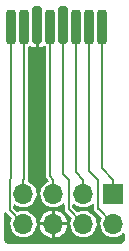
<source format=gbr>
%TF.GenerationSoftware,KiCad,Pcbnew,6.0.9*%
%TF.CreationDate,2023-01-08T13:44:57+01:00*%
%TF.ProjectId,usd-mock-bob,7573642d-6d6f-4636-9b2d-626f622e6b69,0.1.0*%
%TF.SameCoordinates,Original*%
%TF.FileFunction,Copper,L2,Bot*%
%TF.FilePolarity,Positive*%
%FSLAX46Y46*%
G04 Gerber Fmt 4.6, Leading zero omitted, Abs format (unit mm)*
G04 Created by KiCad (PCBNEW 6.0.9) date 2023-01-08 13:44:57*
%MOMM*%
%LPD*%
G01*
G04 APERTURE LIST*
G04 Aperture macros list*
%AMRoundRect*
0 Rectangle with rounded corners*
0 $1 Rounding radius*
0 $2 $3 $4 $5 $6 $7 $8 $9 X,Y pos of 4 corners*
0 Add a 4 corners polygon primitive as box body*
4,1,4,$2,$3,$4,$5,$6,$7,$8,$9,$2,$3,0*
0 Add four circle primitives for the rounded corners*
1,1,$1+$1,$2,$3*
1,1,$1+$1,$4,$5*
1,1,$1+$1,$6,$7*
1,1,$1+$1,$8,$9*
0 Add four rect primitives between the rounded corners*
20,1,$1+$1,$2,$3,$4,$5,0*
20,1,$1+$1,$4,$5,$6,$7,0*
20,1,$1+$1,$6,$7,$8,$9,0*
20,1,$1+$1,$8,$9,$2,$3,0*%
G04 Aperture macros list end*
%TA.AperFunction,SMDPad,CuDef*%
%ADD10RoundRect,0.200000X-0.200000X-1.250000X0.200000X-1.250000X0.200000X1.250000X-0.200000X1.250000X0*%
%TD*%
%TA.AperFunction,SMDPad,CuDef*%
%ADD11RoundRect,0.200000X-0.200000X-1.400000X0.200000X-1.400000X0.200000X1.400000X-0.200000X1.400000X0*%
%TD*%
%TA.AperFunction,ComponentPad*%
%ADD12O,1.700000X1.700000*%
%TD*%
%TA.AperFunction,ComponentPad*%
%ADD13R,1.700000X1.700000*%
%TD*%
%TA.AperFunction,Conductor*%
%ADD14C,0.152400*%
%TD*%
G04 APERTURE END LIST*
D10*
%TO.P,J2,1,DAT2*%
%TO.N,/DAT2*%
X143849991Y-83550000D03*
%TO.P,J2,2,DAT3/CD*%
%TO.N,/DAT3*%
X142749993Y-83550000D03*
%TO.P,J2,3,CMD*%
%TO.N,/CMD*%
X141649996Y-83550000D03*
D11*
%TO.P,J2,4,VDD*%
%TO.N,/VDD*%
X140549998Y-83400002D03*
D10*
%TO.P,J2,5,CLK*%
%TO.N,/CLK*%
X139450000Y-83550000D03*
D11*
%TO.P,J2,6,VSS*%
%TO.N,GND*%
X138350002Y-83400002D03*
D10*
%TO.P,J2,7,DAT0*%
%TO.N,/DAT0*%
X137250005Y-83550000D03*
%TO.P,J2,8,DAT1*%
%TO.N,/DAT1*%
X136150007Y-83550000D03*
%TD*%
D12*
%TO.P,J1,8,Pin_8*%
%TO.N,/DAT1*%
X137180000Y-100265000D03*
%TO.P,J1,7,Pin_7*%
%TO.N,/DAT0*%
X137180000Y-97725000D03*
%TO.P,J1,6,Pin_6*%
%TO.N,GND*%
X139720000Y-100265000D03*
%TO.P,J1,5,Pin_5*%
%TO.N,/CLK*%
X139720000Y-97725000D03*
%TO.P,J1,4,Pin_4*%
%TO.N,/VDD*%
X142260000Y-100265000D03*
%TO.P,J1,3,Pin_3*%
%TO.N,/CMD*%
X142260000Y-97725000D03*
%TO.P,J1,2,Pin_2*%
%TO.N,/DAT3*%
X144800000Y-100265000D03*
D13*
%TO.P,J1,1,Pin_1*%
%TO.N,/DAT2*%
X144800000Y-97725000D03*
%TD*%
D14*
%TO.N,/VDD*%
X141000000Y-96500000D02*
X140549998Y-96049998D01*
X142260000Y-100265000D02*
X140997500Y-99002500D01*
%TO.N,/DAT0*%
X137180000Y-97725000D02*
X137180000Y-96500000D01*
%TO.N,/DAT1*%
X136000000Y-96500000D02*
X136000000Y-99085000D01*
%TO.N,/CLK*%
X139720000Y-97725000D02*
X139720000Y-96500000D01*
%TO.N,/VDD*%
X140997500Y-99002500D02*
X140997500Y-96502500D01*
%TO.N,/CMD*%
X142260000Y-96500000D02*
X141649996Y-95889996D01*
%TO.N,/CLK*%
X139720000Y-96500000D02*
X139450000Y-96230000D01*
%TO.N,/DAT1*%
X136150007Y-96349993D02*
X136000000Y-96500000D01*
%TO.N,/DAT3*%
X143500000Y-96500000D02*
X143500000Y-99000000D01*
%TO.N,/CMD*%
X142260000Y-97725000D02*
X142260000Y-96500000D01*
%TO.N,/DAT2*%
X144800000Y-96500000D02*
X143849991Y-95549991D01*
%TO.N,/DAT1*%
X136000000Y-99085000D02*
X137180000Y-100265000D01*
%TO.N,/DAT3*%
X142749993Y-95749993D02*
X143500000Y-96500000D01*
%TO.N,/VDD*%
X140997500Y-96502500D02*
X141000000Y-96500000D01*
%TO.N,/DAT2*%
X144800000Y-97725000D02*
X144800000Y-96500000D01*
%TO.N,/DAT3*%
X143500000Y-99000000D02*
X143535000Y-99000000D01*
X143535000Y-99000000D02*
X144800000Y-100265000D01*
%TO.N,/DAT0*%
X137180000Y-96500000D02*
X137250005Y-96429995D01*
%TO.N,/DAT1*%
X136150007Y-83550000D02*
X136150007Y-96349993D01*
%TO.N,/DAT0*%
X137250005Y-96429995D02*
X137250005Y-83550000D01*
%TO.N,/CLK*%
X139450000Y-96230000D02*
X139450000Y-83550000D01*
%TO.N,/DAT2*%
X143849991Y-95549991D02*
X143849991Y-83550000D01*
%TO.N,/DAT3*%
X142749993Y-83550000D02*
X142749993Y-95749993D01*
%TO.N,/CMD*%
X141649996Y-95889996D02*
X141649996Y-83550000D01*
%TO.N,/VDD*%
X140549998Y-96049998D02*
X140549998Y-83400002D01*
%TD*%
%TA.AperFunction,Conductor*%
%TO.N,GND*%
G36*
X138419123Y-83293004D02*
G01*
X138465616Y-83346660D01*
X138477002Y-83399002D01*
X138477002Y-85299387D01*
X138481477Y-85314626D01*
X138482867Y-85315831D01*
X138490550Y-85317502D01*
X138586417Y-85317502D01*
X138593972Y-85317046D01*
X138666565Y-85308262D01*
X138682130Y-85304309D01*
X138798451Y-85258254D01*
X138813270Y-85249904D01*
X138876612Y-85201825D01*
X138942966Y-85176572D01*
X139012439Y-85191200D01*
X139027044Y-85200452D01*
X139027347Y-85200612D01*
X139034924Y-85206209D01*
X139043812Y-85209330D01*
X139052135Y-85213737D01*
X139050300Y-85217202D01*
X139092751Y-85247769D01*
X139118791Y-85313817D01*
X139119300Y-85325135D01*
X139119300Y-96210051D01*
X139118821Y-96221032D01*
X139116677Y-96245543D01*
X139115476Y-96259267D01*
X139125409Y-96296339D01*
X139127784Y-96307053D01*
X139134449Y-96344851D01*
X139139960Y-96354396D01*
X139141231Y-96357889D01*
X139142806Y-96361267D01*
X139145660Y-96371916D01*
X139151984Y-96380947D01*
X139151985Y-96380950D01*
X139167673Y-96403355D01*
X139173578Y-96412624D01*
X139192761Y-96445849D01*
X139215398Y-96464844D01*
X139222164Y-96470522D01*
X139230266Y-96477947D01*
X139275008Y-96522689D01*
X139309034Y-96585001D01*
X139303969Y-96655816D01*
X139261422Y-96712652D01*
X139243700Y-96723368D01*
X139242463Y-96723824D01*
X139068010Y-96827612D01*
X139063670Y-96831418D01*
X139063666Y-96831421D01*
X138959751Y-96922553D01*
X138915392Y-96961455D01*
X138789720Y-97120869D01*
X138787031Y-97125980D01*
X138787029Y-97125983D01*
X138774073Y-97150609D01*
X138695203Y-97300515D01*
X138635007Y-97494378D01*
X138611148Y-97695964D01*
X138624424Y-97898522D01*
X138625845Y-97904118D01*
X138625846Y-97904123D01*
X138646119Y-97983945D01*
X138674392Y-98095269D01*
X138676809Y-98100512D01*
X138714010Y-98181208D01*
X138759377Y-98279616D01*
X138762710Y-98284332D01*
X138870700Y-98437135D01*
X138876533Y-98445389D01*
X139021938Y-98587035D01*
X139190720Y-98699812D01*
X139196023Y-98702090D01*
X139196026Y-98702092D01*
X139284707Y-98740192D01*
X139377228Y-98779942D01*
X139450244Y-98796464D01*
X139569579Y-98823467D01*
X139569584Y-98823468D01*
X139575216Y-98824742D01*
X139580987Y-98824969D01*
X139580989Y-98824969D01*
X139640756Y-98827317D01*
X139778053Y-98832712D01*
X139878499Y-98818148D01*
X139973231Y-98804413D01*
X139973236Y-98804412D01*
X139978945Y-98803584D01*
X139984409Y-98801729D01*
X139984414Y-98801728D01*
X140165693Y-98740192D01*
X140165698Y-98740190D01*
X140171165Y-98738334D01*
X140200850Y-98721710D01*
X140245683Y-98696602D01*
X140348276Y-98639147D01*
X140410934Y-98587035D01*
X140440121Y-98562760D01*
X140460231Y-98546035D01*
X140525394Y-98517854D01*
X140595450Y-98529377D01*
X140648154Y-98576946D01*
X140666800Y-98642909D01*
X140666800Y-98982551D01*
X140666321Y-98993532D01*
X140662976Y-99031767D01*
X140672909Y-99068839D01*
X140675284Y-99079553D01*
X140681949Y-99117351D01*
X140687460Y-99126896D01*
X140688731Y-99130389D01*
X140690306Y-99133767D01*
X140693160Y-99144416D01*
X140699484Y-99153447D01*
X140699485Y-99153450D01*
X140715173Y-99175855D01*
X140721078Y-99185124D01*
X140740261Y-99218349D01*
X140748702Y-99225432D01*
X140748703Y-99225433D01*
X140769659Y-99243017D01*
X140777763Y-99250443D01*
X141215301Y-99687982D01*
X141249326Y-99750294D01*
X141244261Y-99821110D01*
X141238225Y-99834603D01*
X141237897Y-99835394D01*
X141235203Y-99840515D01*
X141175007Y-100034378D01*
X141151148Y-100235964D01*
X141164424Y-100438522D01*
X141165845Y-100444118D01*
X141165846Y-100444123D01*
X141186119Y-100523945D01*
X141214392Y-100635269D01*
X141216809Y-100640512D01*
X141254010Y-100721208D01*
X141299377Y-100819616D01*
X141416533Y-100985389D01*
X141420675Y-100989424D01*
X141472390Y-101039802D01*
X141561938Y-101127035D01*
X141730720Y-101239812D01*
X141736023Y-101242090D01*
X141736026Y-101242092D01*
X141911921Y-101317662D01*
X141917228Y-101319942D01*
X141976306Y-101333310D01*
X142109579Y-101363467D01*
X142109584Y-101363468D01*
X142115216Y-101364742D01*
X142120987Y-101364969D01*
X142120989Y-101364969D01*
X142180756Y-101367317D01*
X142318053Y-101372712D01*
X142418499Y-101358148D01*
X142513231Y-101344413D01*
X142513236Y-101344412D01*
X142518945Y-101343584D01*
X142524409Y-101341729D01*
X142524414Y-101341728D01*
X142705693Y-101280192D01*
X142705698Y-101280190D01*
X142711165Y-101278334D01*
X142888276Y-101179147D01*
X142896663Y-101172172D01*
X143039913Y-101053031D01*
X143044345Y-101049345D01*
X143174147Y-100893276D01*
X143233845Y-100786677D01*
X143270510Y-100721208D01*
X143270511Y-100721206D01*
X143273334Y-100716165D01*
X143275190Y-100710698D01*
X143275192Y-100710693D01*
X143336728Y-100529414D01*
X143336729Y-100529409D01*
X143338584Y-100523945D01*
X143339412Y-100518236D01*
X143339413Y-100518231D01*
X143367179Y-100326727D01*
X143367712Y-100323053D01*
X143369232Y-100265000D01*
X143357298Y-100135124D01*
X143351187Y-100068613D01*
X143351186Y-100068610D01*
X143350658Y-100062859D01*
X143345837Y-100045764D01*
X143297125Y-99873046D01*
X143297124Y-99873044D01*
X143295557Y-99867487D01*
X143287120Y-99850377D01*
X143208331Y-99690609D01*
X143205776Y-99685428D01*
X143184959Y-99657550D01*
X143087777Y-99527409D01*
X143084320Y-99522779D01*
X143009789Y-99453883D01*
X142939503Y-99388911D01*
X142935258Y-99384987D01*
X142930375Y-99381906D01*
X142930371Y-99381903D01*
X142768464Y-99279748D01*
X142763581Y-99276667D01*
X142575039Y-99201446D01*
X142569379Y-99200320D01*
X142569375Y-99200319D01*
X142381613Y-99162971D01*
X142381610Y-99162971D01*
X142375946Y-99161844D01*
X142370171Y-99161768D01*
X142370167Y-99161768D01*
X142268793Y-99160441D01*
X142172971Y-99159187D01*
X142167274Y-99160166D01*
X142167273Y-99160166D01*
X141978607Y-99192585D01*
X141972910Y-99193564D01*
X141912504Y-99215849D01*
X141817258Y-99250987D01*
X141746424Y-99255799D01*
X141684552Y-99221871D01*
X141365105Y-98902425D01*
X141331080Y-98840112D01*
X141328200Y-98813329D01*
X141328200Y-98657984D01*
X141348202Y-98589863D01*
X141401858Y-98543370D01*
X141472132Y-98533266D01*
X141536712Y-98562760D01*
X141542099Y-98567709D01*
X141561938Y-98587035D01*
X141730720Y-98699812D01*
X141736023Y-98702090D01*
X141736026Y-98702092D01*
X141824707Y-98740192D01*
X141917228Y-98779942D01*
X141990244Y-98796464D01*
X142109579Y-98823467D01*
X142109584Y-98823468D01*
X142115216Y-98824742D01*
X142120987Y-98824969D01*
X142120989Y-98824969D01*
X142180756Y-98827317D01*
X142318053Y-98832712D01*
X142418499Y-98818148D01*
X142513231Y-98804413D01*
X142513236Y-98804412D01*
X142518945Y-98803584D01*
X142524409Y-98801729D01*
X142524414Y-98801728D01*
X142705693Y-98740192D01*
X142705698Y-98740190D01*
X142711165Y-98738334D01*
X142740850Y-98721710D01*
X142785683Y-98696602D01*
X142888276Y-98639147D01*
X142950934Y-98587035D01*
X142962730Y-98577224D01*
X143027895Y-98549043D01*
X143097950Y-98560567D01*
X143150654Y-98608135D01*
X143169300Y-98674098D01*
X143169300Y-99058311D01*
X143175577Y-99075556D01*
X143181261Y-99096771D01*
X143182534Y-99103994D01*
X143182535Y-99103998D01*
X143184449Y-99114851D01*
X143189960Y-99124396D01*
X143193628Y-99130749D01*
X143202908Y-99150649D01*
X143209187Y-99167901D01*
X143220992Y-99181969D01*
X143233584Y-99199955D01*
X143242761Y-99215849D01*
X143255951Y-99226916D01*
X143256823Y-99227648D01*
X143272352Y-99243177D01*
X143284151Y-99257239D01*
X143293698Y-99262751D01*
X143300043Y-99266414D01*
X143318031Y-99279008D01*
X143332099Y-99290813D01*
X143342457Y-99294583D01*
X143346784Y-99296158D01*
X143392784Y-99325464D01*
X143755300Y-99687980D01*
X143789326Y-99750292D01*
X143784261Y-99821107D01*
X143778228Y-99834594D01*
X143777894Y-99835400D01*
X143775203Y-99840515D01*
X143715007Y-100034378D01*
X143691148Y-100235964D01*
X143704424Y-100438522D01*
X143705845Y-100444118D01*
X143705846Y-100444123D01*
X143726119Y-100523945D01*
X143754392Y-100635269D01*
X143756809Y-100640512D01*
X143794010Y-100721208D01*
X143839377Y-100819616D01*
X143956533Y-100985389D01*
X143960675Y-100989424D01*
X144012390Y-101039802D01*
X144101938Y-101127035D01*
X144270720Y-101239812D01*
X144276023Y-101242090D01*
X144276026Y-101242092D01*
X144451921Y-101317662D01*
X144457228Y-101319942D01*
X144516306Y-101333310D01*
X144649579Y-101363467D01*
X144649584Y-101363468D01*
X144655216Y-101364742D01*
X144660987Y-101364969D01*
X144660989Y-101364969D01*
X144720756Y-101367317D01*
X144858053Y-101372712D01*
X144958499Y-101358148D01*
X145053231Y-101344413D01*
X145053236Y-101344412D01*
X145058945Y-101343584D01*
X145064409Y-101341729D01*
X145064414Y-101341728D01*
X145245693Y-101280192D01*
X145245698Y-101280190D01*
X145251165Y-101278334D01*
X145428276Y-101179147D01*
X145436663Y-101172172D01*
X145524769Y-101098894D01*
X145561936Y-101067983D01*
X145627099Y-101039802D01*
X145697155Y-101051325D01*
X145749859Y-101098894D01*
X145768505Y-101164857D01*
X145768505Y-101460060D01*
X145766954Y-101479771D01*
X145763750Y-101500000D01*
X145765302Y-101509796D01*
X145765302Y-101516069D01*
X145764224Y-101532517D01*
X145759296Y-101569953D01*
X145754706Y-101604812D01*
X145746193Y-101636582D01*
X145712085Y-101718927D01*
X145695641Y-101747410D01*
X145641384Y-101818120D01*
X145618125Y-101841378D01*
X145547414Y-101895637D01*
X145518930Y-101912083D01*
X145436590Y-101946191D01*
X145404818Y-101954705D01*
X145332604Y-101964213D01*
X145316160Y-101965291D01*
X145309801Y-101965291D01*
X145300006Y-101963740D01*
X145279784Y-101966943D01*
X145260073Y-101968495D01*
X136039940Y-101968495D01*
X136020229Y-101966944D01*
X136009794Y-101965291D01*
X136009792Y-101965291D01*
X136000000Y-101963740D01*
X135990204Y-101965292D01*
X135983931Y-101965292D01*
X135967483Y-101964214D01*
X135895189Y-101954696D01*
X135863420Y-101946183D01*
X135781082Y-101912078D01*
X135752595Y-101895632D01*
X135681882Y-101841372D01*
X135658624Y-101818114D01*
X135604368Y-101747406D01*
X135587923Y-101718922D01*
X135553817Y-101636581D01*
X135545304Y-101604812D01*
X135535786Y-101532517D01*
X135534708Y-101516069D01*
X135534708Y-101509796D01*
X135536260Y-101500000D01*
X135533056Y-101479771D01*
X135531505Y-101460060D01*
X135531505Y-99392288D01*
X135551507Y-99324167D01*
X135605163Y-99277674D01*
X135675437Y-99267570D01*
X135740017Y-99297064D01*
X135741368Y-99298437D01*
X135742761Y-99300849D01*
X135748399Y-99305580D01*
X135748403Y-99305584D01*
X135772164Y-99325522D01*
X135780268Y-99332948D01*
X136135300Y-99687980D01*
X136169326Y-99750292D01*
X136164261Y-99821107D01*
X136158228Y-99834594D01*
X136157894Y-99835400D01*
X136155203Y-99840515D01*
X136095007Y-100034378D01*
X136071148Y-100235964D01*
X136084424Y-100438522D01*
X136085845Y-100444118D01*
X136085846Y-100444123D01*
X136106119Y-100523945D01*
X136134392Y-100635269D01*
X136136809Y-100640512D01*
X136174010Y-100721208D01*
X136219377Y-100819616D01*
X136336533Y-100985389D01*
X136340675Y-100989424D01*
X136392390Y-101039802D01*
X136481938Y-101127035D01*
X136650720Y-101239812D01*
X136656023Y-101242090D01*
X136656026Y-101242092D01*
X136831921Y-101317662D01*
X136837228Y-101319942D01*
X136896306Y-101333310D01*
X137029579Y-101363467D01*
X137029584Y-101363468D01*
X137035216Y-101364742D01*
X137040987Y-101364969D01*
X137040989Y-101364969D01*
X137100756Y-101367317D01*
X137238053Y-101372712D01*
X137338499Y-101358148D01*
X137433231Y-101344413D01*
X137433236Y-101344412D01*
X137438945Y-101343584D01*
X137444409Y-101341729D01*
X137444414Y-101341728D01*
X137625693Y-101280192D01*
X137625698Y-101280190D01*
X137631165Y-101278334D01*
X137808276Y-101179147D01*
X137816663Y-101172172D01*
X137959913Y-101053031D01*
X137964345Y-101049345D01*
X138094147Y-100893276D01*
X138153845Y-100786677D01*
X138190510Y-100721208D01*
X138190511Y-100721206D01*
X138193334Y-100716165D01*
X138195190Y-100710698D01*
X138195192Y-100710693D01*
X138256728Y-100529414D01*
X138256729Y-100529409D01*
X138258584Y-100523945D01*
X138259412Y-100518236D01*
X138259413Y-100518231D01*
X138275453Y-100407602D01*
X138559258Y-100407602D01*
X138561555Y-100442652D01*
X138563355Y-100454021D01*
X138613330Y-100650794D01*
X138617168Y-100661632D01*
X138702165Y-100846006D01*
X138707916Y-100855967D01*
X138825086Y-101021759D01*
X138832564Y-101030514D01*
X138977981Y-101172172D01*
X138986925Y-101179415D01*
X139155726Y-101292205D01*
X139165836Y-101297695D01*
X139352370Y-101377836D01*
X139363313Y-101381391D01*
X139561322Y-101426196D01*
X139572730Y-101427698D01*
X139574899Y-101427783D01*
X139590302Y-101423910D01*
X139590658Y-101423531D01*
X139593000Y-101413697D01*
X139593000Y-101408263D01*
X139847000Y-101408263D01*
X139850966Y-101421769D01*
X139864966Y-101423773D01*
X139988001Y-101405934D01*
X139999184Y-101403250D01*
X140191428Y-101337992D01*
X140201943Y-101333310D01*
X140379065Y-101234117D01*
X140388558Y-101227592D01*
X140544646Y-101097775D01*
X140552775Y-101089646D01*
X140682592Y-100933558D01*
X140689117Y-100924065D01*
X140788310Y-100746943D01*
X140792992Y-100736428D01*
X140858250Y-100544184D01*
X140860934Y-100533001D01*
X140878778Y-100409930D01*
X140876792Y-100395993D01*
X140863224Y-100392000D01*
X139865115Y-100392000D01*
X139849876Y-100396475D01*
X139848671Y-100397865D01*
X139847000Y-100405548D01*
X139847000Y-101408263D01*
X139593000Y-101408263D01*
X139593000Y-100410115D01*
X139588525Y-100394876D01*
X139587135Y-100393671D01*
X139579452Y-100392000D01*
X138576350Y-100392000D01*
X138561310Y-100396416D01*
X138559258Y-100407602D01*
X138275453Y-100407602D01*
X138287179Y-100326727D01*
X138287712Y-100323053D01*
X138289232Y-100265000D01*
X138277298Y-100135124D01*
X138275910Y-100120012D01*
X138561428Y-100120012D01*
X138563870Y-100134431D01*
X138576612Y-100138000D01*
X139574885Y-100138000D01*
X139590124Y-100133525D01*
X139591329Y-100132135D01*
X139593000Y-100124452D01*
X139593000Y-100119885D01*
X139847000Y-100119885D01*
X139851475Y-100135124D01*
X139852865Y-100136329D01*
X139860548Y-100138000D01*
X140862717Y-100138000D01*
X140877262Y-100133729D01*
X140879325Y-100121595D01*
X140873397Y-100057085D01*
X140871299Y-100045764D01*
X140816194Y-99850377D01*
X140812069Y-99839630D01*
X140722277Y-99657550D01*
X140716267Y-99647742D01*
X140594792Y-99485067D01*
X140587103Y-99476527D01*
X140438015Y-99338712D01*
X140428891Y-99331711D01*
X140257185Y-99223372D01*
X140246942Y-99218153D01*
X140058378Y-99142924D01*
X140047342Y-99139655D01*
X139864769Y-99103339D01*
X139851894Y-99104491D01*
X139847000Y-99119647D01*
X139847000Y-100119885D01*
X139593000Y-100119885D01*
X139593000Y-99120242D01*
X139589194Y-99107280D01*
X139574279Y-99105344D01*
X139422231Y-99131471D01*
X139411111Y-99134451D01*
X139220641Y-99204719D01*
X139210263Y-99209669D01*
X139035786Y-99313472D01*
X139026477Y-99320236D01*
X138873836Y-99454098D01*
X138865926Y-99462433D01*
X138740234Y-99621873D01*
X138733966Y-99631524D01*
X138639441Y-99811187D01*
X138635036Y-99821821D01*
X138574833Y-100015708D01*
X138572441Y-100026959D01*
X138561428Y-100120012D01*
X138275910Y-100120012D01*
X138271187Y-100068613D01*
X138271186Y-100068610D01*
X138270658Y-100062859D01*
X138265837Y-100045764D01*
X138217125Y-99873046D01*
X138217124Y-99873044D01*
X138215557Y-99867487D01*
X138207120Y-99850377D01*
X138128331Y-99690609D01*
X138125776Y-99685428D01*
X138104959Y-99657550D01*
X138007777Y-99527409D01*
X138004320Y-99522779D01*
X137929789Y-99453883D01*
X137859503Y-99388911D01*
X137855258Y-99384987D01*
X137850375Y-99381906D01*
X137850371Y-99381903D01*
X137688464Y-99279748D01*
X137683581Y-99276667D01*
X137495039Y-99201446D01*
X137489379Y-99200320D01*
X137489375Y-99200319D01*
X137301613Y-99162971D01*
X137301610Y-99162971D01*
X137295946Y-99161844D01*
X137290171Y-99161768D01*
X137290167Y-99161768D01*
X137188793Y-99160441D01*
X137092971Y-99159187D01*
X137087274Y-99160166D01*
X137087273Y-99160166D01*
X136898607Y-99192585D01*
X136892910Y-99193564D01*
X136737256Y-99250988D01*
X136666424Y-99255800D01*
X136604551Y-99221871D01*
X136367605Y-98984925D01*
X136333579Y-98922613D01*
X136330700Y-98895830D01*
X136330700Y-98721710D01*
X136350702Y-98653589D01*
X136404358Y-98607096D01*
X136474632Y-98596992D01*
X136526700Y-98616944D01*
X136650720Y-98699812D01*
X136656023Y-98702090D01*
X136656026Y-98702092D01*
X136744707Y-98740192D01*
X136837228Y-98779942D01*
X136910244Y-98796464D01*
X137029579Y-98823467D01*
X137029584Y-98823468D01*
X137035216Y-98824742D01*
X137040987Y-98824969D01*
X137040989Y-98824969D01*
X137100756Y-98827317D01*
X137238053Y-98832712D01*
X137338499Y-98818148D01*
X137433231Y-98804413D01*
X137433236Y-98804412D01*
X137438945Y-98803584D01*
X137444409Y-98801729D01*
X137444414Y-98801728D01*
X137625693Y-98740192D01*
X137625698Y-98740190D01*
X137631165Y-98738334D01*
X137660850Y-98721710D01*
X137705683Y-98696602D01*
X137808276Y-98639147D01*
X137870934Y-98587035D01*
X137959913Y-98513031D01*
X137964345Y-98509345D01*
X138094147Y-98353276D01*
X138193334Y-98176165D01*
X138195190Y-98170698D01*
X138195192Y-98170693D01*
X138256728Y-97989414D01*
X138256729Y-97989409D01*
X138258584Y-97983945D01*
X138259412Y-97978236D01*
X138259413Y-97978231D01*
X138287179Y-97786727D01*
X138287712Y-97783053D01*
X138289232Y-97725000D01*
X138270658Y-97522859D01*
X138269090Y-97517299D01*
X138217125Y-97333046D01*
X138217124Y-97333044D01*
X138215557Y-97327487D01*
X138204978Y-97306033D01*
X138128331Y-97150609D01*
X138125776Y-97145428D01*
X138004320Y-96982779D01*
X137855258Y-96844987D01*
X137850375Y-96841906D01*
X137850371Y-96841903D01*
X137688464Y-96739748D01*
X137683581Y-96736667D01*
X137631288Y-96715804D01*
X137575429Y-96671984D01*
X137552128Y-96604919D01*
X137559576Y-96555681D01*
X137560046Y-96554390D01*
X137565556Y-96544846D01*
X137572221Y-96507048D01*
X137574596Y-96496334D01*
X137584529Y-96459262D01*
X137581184Y-96421027D01*
X137580705Y-96410046D01*
X137580705Y-85325135D01*
X137600707Y-85257014D01*
X137648747Y-85215388D01*
X137647872Y-85213736D01*
X137656193Y-85209330D01*
X137665081Y-85206209D01*
X137672657Y-85200613D01*
X137680983Y-85196205D01*
X137681638Y-85197442D01*
X137739034Y-85176455D01*
X137808310Y-85191993D01*
X137823392Y-85201826D01*
X137886730Y-85249902D01*
X137901553Y-85258254D01*
X138017874Y-85304309D01*
X138033439Y-85308262D01*
X138106032Y-85317046D01*
X138113587Y-85317502D01*
X138204887Y-85317502D01*
X138220126Y-85313027D01*
X138221331Y-85311637D01*
X138223002Y-85303954D01*
X138223002Y-83399002D01*
X138243004Y-83330881D01*
X138296660Y-83284388D01*
X138349002Y-83273002D01*
X138351002Y-83273002D01*
X138419123Y-83293004D01*
G37*
%TD.AperFunction*%
%TD*%
M02*

</source>
